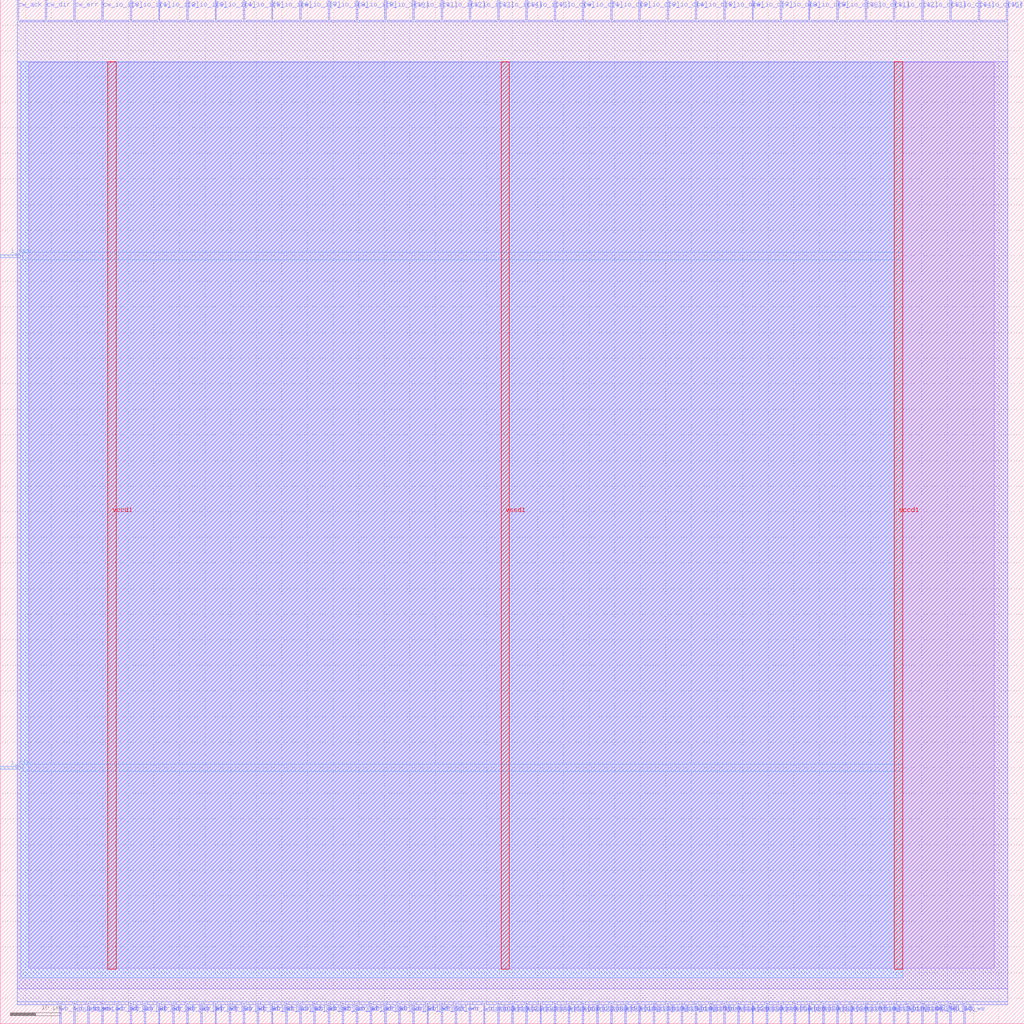
<source format=lef>
VERSION 5.7 ;
  NOWIREEXTENSIONATPIN ON ;
  DIVIDERCHAR "/" ;
  BUSBITCHARS "[]" ;
MACRO wb_compressor
  CLASS BLOCK ;
  FOREIGN wb_compressor ;
  ORIGIN 0.000 0.000 ;
  SIZE 200.000 BY 200.000 ;
  PIN cw_ack
    DIRECTION INPUT ;
    USE SIGNAL ;
    PORT
      LAYER met2 ;
        RECT 3.310 196.000 3.590 200.000 ;
    END
  END cw_ack
  PIN cw_dir
    DIRECTION OUTPUT TRISTATE ;
    USE SIGNAL ;
    PORT
      LAYER met2 ;
        RECT 8.830 196.000 9.110 200.000 ;
    END
  END cw_dir
  PIN cw_err
    DIRECTION INPUT ;
    USE SIGNAL ;
    PORT
      LAYER met2 ;
        RECT 14.350 196.000 14.630 200.000 ;
    END
  END cw_err
  PIN cw_io_i[0]
    DIRECTION INPUT ;
    USE SIGNAL ;
    PORT
      LAYER met2 ;
        RECT 19.870 196.000 20.150 200.000 ;
    END
  END cw_io_i[0]
  PIN cw_io_i[10]
    DIRECTION INPUT ;
    USE SIGNAL ;
    PORT
      LAYER met2 ;
        RECT 75.070 196.000 75.350 200.000 ;
    END
  END cw_io_i[10]
  PIN cw_io_i[11]
    DIRECTION INPUT ;
    USE SIGNAL ;
    PORT
      LAYER met2 ;
        RECT 80.590 196.000 80.870 200.000 ;
    END
  END cw_io_i[11]
  PIN cw_io_i[12]
    DIRECTION INPUT ;
    USE SIGNAL ;
    PORT
      LAYER met2 ;
        RECT 86.110 196.000 86.390 200.000 ;
    END
  END cw_io_i[12]
  PIN cw_io_i[13]
    DIRECTION INPUT ;
    USE SIGNAL ;
    PORT
      LAYER met2 ;
        RECT 91.630 196.000 91.910 200.000 ;
    END
  END cw_io_i[13]
  PIN cw_io_i[14]
    DIRECTION INPUT ;
    USE SIGNAL ;
    PORT
      LAYER met2 ;
        RECT 97.150 196.000 97.430 200.000 ;
    END
  END cw_io_i[14]
  PIN cw_io_i[15]
    DIRECTION INPUT ;
    USE SIGNAL ;
    PORT
      LAYER met2 ;
        RECT 102.670 196.000 102.950 200.000 ;
    END
  END cw_io_i[15]
  PIN cw_io_i[1]
    DIRECTION INPUT ;
    USE SIGNAL ;
    PORT
      LAYER met2 ;
        RECT 25.390 196.000 25.670 200.000 ;
    END
  END cw_io_i[1]
  PIN cw_io_i[2]
    DIRECTION INPUT ;
    USE SIGNAL ;
    PORT
      LAYER met2 ;
        RECT 30.910 196.000 31.190 200.000 ;
    END
  END cw_io_i[2]
  PIN cw_io_i[3]
    DIRECTION INPUT ;
    USE SIGNAL ;
    PORT
      LAYER met2 ;
        RECT 36.430 196.000 36.710 200.000 ;
    END
  END cw_io_i[3]
  PIN cw_io_i[4]
    DIRECTION INPUT ;
    USE SIGNAL ;
    PORT
      LAYER met2 ;
        RECT 41.950 196.000 42.230 200.000 ;
    END
  END cw_io_i[4]
  PIN cw_io_i[5]
    DIRECTION INPUT ;
    USE SIGNAL ;
    PORT
      LAYER met2 ;
        RECT 47.470 196.000 47.750 200.000 ;
    END
  END cw_io_i[5]
  PIN cw_io_i[6]
    DIRECTION INPUT ;
    USE SIGNAL ;
    PORT
      LAYER met2 ;
        RECT 52.990 196.000 53.270 200.000 ;
    END
  END cw_io_i[6]
  PIN cw_io_i[7]
    DIRECTION INPUT ;
    USE SIGNAL ;
    PORT
      LAYER met2 ;
        RECT 58.510 196.000 58.790 200.000 ;
    END
  END cw_io_i[7]
  PIN cw_io_i[8]
    DIRECTION INPUT ;
    USE SIGNAL ;
    PORT
      LAYER met2 ;
        RECT 64.030 196.000 64.310 200.000 ;
    END
  END cw_io_i[8]
  PIN cw_io_i[9]
    DIRECTION INPUT ;
    USE SIGNAL ;
    PORT
      LAYER met2 ;
        RECT 69.550 196.000 69.830 200.000 ;
    END
  END cw_io_i[9]
  PIN cw_io_o[0]
    DIRECTION OUTPUT TRISTATE ;
    USE SIGNAL ;
    PORT
      LAYER met2 ;
        RECT 108.190 196.000 108.470 200.000 ;
    END
  END cw_io_o[0]
  PIN cw_io_o[10]
    DIRECTION OUTPUT TRISTATE ;
    USE SIGNAL ;
    PORT
      LAYER met2 ;
        RECT 163.390 196.000 163.670 200.000 ;
    END
  END cw_io_o[10]
  PIN cw_io_o[11]
    DIRECTION OUTPUT TRISTATE ;
    USE SIGNAL ;
    PORT
      LAYER met2 ;
        RECT 168.910 196.000 169.190 200.000 ;
    END
  END cw_io_o[11]
  PIN cw_io_o[12]
    DIRECTION OUTPUT TRISTATE ;
    USE SIGNAL ;
    PORT
      LAYER met2 ;
        RECT 174.430 196.000 174.710 200.000 ;
    END
  END cw_io_o[12]
  PIN cw_io_o[13]
    DIRECTION OUTPUT TRISTATE ;
    USE SIGNAL ;
    PORT
      LAYER met2 ;
        RECT 179.950 196.000 180.230 200.000 ;
    END
  END cw_io_o[13]
  PIN cw_io_o[14]
    DIRECTION OUTPUT TRISTATE ;
    USE SIGNAL ;
    PORT
      LAYER met2 ;
        RECT 185.470 196.000 185.750 200.000 ;
    END
  END cw_io_o[14]
  PIN cw_io_o[15]
    DIRECTION OUTPUT TRISTATE ;
    USE SIGNAL ;
    PORT
      LAYER met2 ;
        RECT 190.990 196.000 191.270 200.000 ;
    END
  END cw_io_o[15]
  PIN cw_io_o[1]
    DIRECTION OUTPUT TRISTATE ;
    USE SIGNAL ;
    PORT
      LAYER met2 ;
        RECT 113.710 196.000 113.990 200.000 ;
    END
  END cw_io_o[1]
  PIN cw_io_o[2]
    DIRECTION OUTPUT TRISTATE ;
    USE SIGNAL ;
    PORT
      LAYER met2 ;
        RECT 119.230 196.000 119.510 200.000 ;
    END
  END cw_io_o[2]
  PIN cw_io_o[3]
    DIRECTION OUTPUT TRISTATE ;
    USE SIGNAL ;
    PORT
      LAYER met2 ;
        RECT 124.750 196.000 125.030 200.000 ;
    END
  END cw_io_o[3]
  PIN cw_io_o[4]
    DIRECTION OUTPUT TRISTATE ;
    USE SIGNAL ;
    PORT
      LAYER met2 ;
        RECT 130.270 196.000 130.550 200.000 ;
    END
  END cw_io_o[4]
  PIN cw_io_o[5]
    DIRECTION OUTPUT TRISTATE ;
    USE SIGNAL ;
    PORT
      LAYER met2 ;
        RECT 135.790 196.000 136.070 200.000 ;
    END
  END cw_io_o[5]
  PIN cw_io_o[6]
    DIRECTION OUTPUT TRISTATE ;
    USE SIGNAL ;
    PORT
      LAYER met2 ;
        RECT 141.310 196.000 141.590 200.000 ;
    END
  END cw_io_o[6]
  PIN cw_io_o[7]
    DIRECTION OUTPUT TRISTATE ;
    USE SIGNAL ;
    PORT
      LAYER met2 ;
        RECT 146.830 196.000 147.110 200.000 ;
    END
  END cw_io_o[7]
  PIN cw_io_o[8]
    DIRECTION OUTPUT TRISTATE ;
    USE SIGNAL ;
    PORT
      LAYER met2 ;
        RECT 152.350 196.000 152.630 200.000 ;
    END
  END cw_io_o[8]
  PIN cw_io_o[9]
    DIRECTION OUTPUT TRISTATE ;
    USE SIGNAL ;
    PORT
      LAYER met2 ;
        RECT 157.870 196.000 158.150 200.000 ;
    END
  END cw_io_o[9]
  PIN cw_req
    DIRECTION OUTPUT TRISTATE ;
    USE SIGNAL ;
    PORT
      LAYER met2 ;
        RECT 196.510 196.000 196.790 200.000 ;
    END
  END cw_req
  PIN i_clk
    DIRECTION INPUT ;
    USE SIGNAL ;
    PORT
      LAYER met3 ;
        RECT 0.000 49.680 4.000 50.280 ;
    END
  END i_clk
  PIN i_rst
    DIRECTION INPUT ;
    USE SIGNAL ;
    PORT
      LAYER met3 ;
        RECT 0.000 149.640 4.000 150.240 ;
    END
  END i_rst
  PIN vccd1
    DIRECTION INOUT ;
    USE POWER ;
    PORT
      LAYER met4 ;
        RECT 21.040 10.640 22.640 187.920 ;
    END
    PORT
      LAYER met4 ;
        RECT 174.640 10.640 176.240 187.920 ;
    END
  END vccd1
  PIN vssd1
    DIRECTION INOUT ;
    USE GROUND ;
    PORT
      LAYER met4 ;
        RECT 97.840 10.640 99.440 187.920 ;
    END
  END vssd1
  PIN wb_4_burst
    DIRECTION INPUT ;
    USE SIGNAL ;
    PORT
      LAYER met2 ;
        RECT 11.590 0.000 11.870 4.000 ;
    END
  END wb_4_burst
  PIN wb_8_burst
    DIRECTION INPUT ;
    USE SIGNAL ;
    PORT
      LAYER met2 ;
        RECT 14.350 0.000 14.630 4.000 ;
    END
  END wb_8_burst
  PIN wb_ack
    DIRECTION OUTPUT TRISTATE ;
    USE SIGNAL ;
    PORT
      LAYER met2 ;
        RECT 17.110 0.000 17.390 4.000 ;
    END
  END wb_ack
  PIN wb_adr[0]
    DIRECTION INPUT ;
    USE SIGNAL ;
    PORT
      LAYER met2 ;
        RECT 19.870 0.000 20.150 4.000 ;
    END
  END wb_adr[0]
  PIN wb_adr[10]
    DIRECTION INPUT ;
    USE SIGNAL ;
    PORT
      LAYER met2 ;
        RECT 47.470 0.000 47.750 4.000 ;
    END
  END wb_adr[10]
  PIN wb_adr[11]
    DIRECTION INPUT ;
    USE SIGNAL ;
    PORT
      LAYER met2 ;
        RECT 50.230 0.000 50.510 4.000 ;
    END
  END wb_adr[11]
  PIN wb_adr[12]
    DIRECTION INPUT ;
    USE SIGNAL ;
    PORT
      LAYER met2 ;
        RECT 52.990 0.000 53.270 4.000 ;
    END
  END wb_adr[12]
  PIN wb_adr[13]
    DIRECTION INPUT ;
    USE SIGNAL ;
    PORT
      LAYER met2 ;
        RECT 55.750 0.000 56.030 4.000 ;
    END
  END wb_adr[13]
  PIN wb_adr[14]
    DIRECTION INPUT ;
    USE SIGNAL ;
    PORT
      LAYER met2 ;
        RECT 58.510 0.000 58.790 4.000 ;
    END
  END wb_adr[14]
  PIN wb_adr[15]
    DIRECTION INPUT ;
    USE SIGNAL ;
    PORT
      LAYER met2 ;
        RECT 61.270 0.000 61.550 4.000 ;
    END
  END wb_adr[15]
  PIN wb_adr[16]
    DIRECTION INPUT ;
    USE SIGNAL ;
    PORT
      LAYER met2 ;
        RECT 64.030 0.000 64.310 4.000 ;
    END
  END wb_adr[16]
  PIN wb_adr[17]
    DIRECTION INPUT ;
    USE SIGNAL ;
    PORT
      LAYER met2 ;
        RECT 66.790 0.000 67.070 4.000 ;
    END
  END wb_adr[17]
  PIN wb_adr[18]
    DIRECTION INPUT ;
    USE SIGNAL ;
    PORT
      LAYER met2 ;
        RECT 69.550 0.000 69.830 4.000 ;
    END
  END wb_adr[18]
  PIN wb_adr[19]
    DIRECTION INPUT ;
    USE SIGNAL ;
    PORT
      LAYER met2 ;
        RECT 72.310 0.000 72.590 4.000 ;
    END
  END wb_adr[19]
  PIN wb_adr[1]
    DIRECTION INPUT ;
    USE SIGNAL ;
    PORT
      LAYER met2 ;
        RECT 22.630 0.000 22.910 4.000 ;
    END
  END wb_adr[1]
  PIN wb_adr[20]
    DIRECTION INPUT ;
    USE SIGNAL ;
    PORT
      LAYER met2 ;
        RECT 75.070 0.000 75.350 4.000 ;
    END
  END wb_adr[20]
  PIN wb_adr[21]
    DIRECTION INPUT ;
    USE SIGNAL ;
    PORT
      LAYER met2 ;
        RECT 77.830 0.000 78.110 4.000 ;
    END
  END wb_adr[21]
  PIN wb_adr[22]
    DIRECTION INPUT ;
    USE SIGNAL ;
    PORT
      LAYER met2 ;
        RECT 80.590 0.000 80.870 4.000 ;
    END
  END wb_adr[22]
  PIN wb_adr[23]
    DIRECTION INPUT ;
    USE SIGNAL ;
    PORT
      LAYER met2 ;
        RECT 83.350 0.000 83.630 4.000 ;
    END
  END wb_adr[23]
  PIN wb_adr[2]
    DIRECTION INPUT ;
    USE SIGNAL ;
    PORT
      LAYER met2 ;
        RECT 25.390 0.000 25.670 4.000 ;
    END
  END wb_adr[2]
  PIN wb_adr[3]
    DIRECTION INPUT ;
    USE SIGNAL ;
    PORT
      LAYER met2 ;
        RECT 28.150 0.000 28.430 4.000 ;
    END
  END wb_adr[3]
  PIN wb_adr[4]
    DIRECTION INPUT ;
    USE SIGNAL ;
    PORT
      LAYER met2 ;
        RECT 30.910 0.000 31.190 4.000 ;
    END
  END wb_adr[4]
  PIN wb_adr[5]
    DIRECTION INPUT ;
    USE SIGNAL ;
    PORT
      LAYER met2 ;
        RECT 33.670 0.000 33.950 4.000 ;
    END
  END wb_adr[5]
  PIN wb_adr[6]
    DIRECTION INPUT ;
    USE SIGNAL ;
    PORT
      LAYER met2 ;
        RECT 36.430 0.000 36.710 4.000 ;
    END
  END wb_adr[6]
  PIN wb_adr[7]
    DIRECTION INPUT ;
    USE SIGNAL ;
    PORT
      LAYER met2 ;
        RECT 39.190 0.000 39.470 4.000 ;
    END
  END wb_adr[7]
  PIN wb_adr[8]
    DIRECTION INPUT ;
    USE SIGNAL ;
    PORT
      LAYER met2 ;
        RECT 41.950 0.000 42.230 4.000 ;
    END
  END wb_adr[8]
  PIN wb_adr[9]
    DIRECTION INPUT ;
    USE SIGNAL ;
    PORT
      LAYER met2 ;
        RECT 44.710 0.000 44.990 4.000 ;
    END
  END wb_adr[9]
  PIN wb_cyc
    DIRECTION INPUT ;
    USE SIGNAL ;
    PORT
      LAYER met2 ;
        RECT 86.110 0.000 86.390 4.000 ;
    END
  END wb_cyc
  PIN wb_err
    DIRECTION OUTPUT TRISTATE ;
    USE SIGNAL ;
    PORT
      LAYER met2 ;
        RECT 88.870 0.000 89.150 4.000 ;
    END
  END wb_err
  PIN wb_i_dat[0]
    DIRECTION OUTPUT TRISTATE ;
    USE SIGNAL ;
    PORT
      LAYER met2 ;
        RECT 91.630 0.000 91.910 4.000 ;
    END
  END wb_i_dat[0]
  PIN wb_i_dat[10]
    DIRECTION OUTPUT TRISTATE ;
    USE SIGNAL ;
    PORT
      LAYER met2 ;
        RECT 119.230 0.000 119.510 4.000 ;
    END
  END wb_i_dat[10]
  PIN wb_i_dat[11]
    DIRECTION OUTPUT TRISTATE ;
    USE SIGNAL ;
    PORT
      LAYER met2 ;
        RECT 121.990 0.000 122.270 4.000 ;
    END
  END wb_i_dat[11]
  PIN wb_i_dat[12]
    DIRECTION OUTPUT TRISTATE ;
    USE SIGNAL ;
    PORT
      LAYER met2 ;
        RECT 124.750 0.000 125.030 4.000 ;
    END
  END wb_i_dat[12]
  PIN wb_i_dat[13]
    DIRECTION OUTPUT TRISTATE ;
    USE SIGNAL ;
    PORT
      LAYER met2 ;
        RECT 127.510 0.000 127.790 4.000 ;
    END
  END wb_i_dat[13]
  PIN wb_i_dat[14]
    DIRECTION OUTPUT TRISTATE ;
    USE SIGNAL ;
    PORT
      LAYER met2 ;
        RECT 130.270 0.000 130.550 4.000 ;
    END
  END wb_i_dat[14]
  PIN wb_i_dat[15]
    DIRECTION OUTPUT TRISTATE ;
    USE SIGNAL ;
    PORT
      LAYER met2 ;
        RECT 133.030 0.000 133.310 4.000 ;
    END
  END wb_i_dat[15]
  PIN wb_i_dat[1]
    DIRECTION OUTPUT TRISTATE ;
    USE SIGNAL ;
    PORT
      LAYER met2 ;
        RECT 94.390 0.000 94.670 4.000 ;
    END
  END wb_i_dat[1]
  PIN wb_i_dat[2]
    DIRECTION OUTPUT TRISTATE ;
    USE SIGNAL ;
    PORT
      LAYER met2 ;
        RECT 97.150 0.000 97.430 4.000 ;
    END
  END wb_i_dat[2]
  PIN wb_i_dat[3]
    DIRECTION OUTPUT TRISTATE ;
    USE SIGNAL ;
    PORT
      LAYER met2 ;
        RECT 99.910 0.000 100.190 4.000 ;
    END
  END wb_i_dat[3]
  PIN wb_i_dat[4]
    DIRECTION OUTPUT TRISTATE ;
    USE SIGNAL ;
    PORT
      LAYER met2 ;
        RECT 102.670 0.000 102.950 4.000 ;
    END
  END wb_i_dat[4]
  PIN wb_i_dat[5]
    DIRECTION OUTPUT TRISTATE ;
    USE SIGNAL ;
    PORT
      LAYER met2 ;
        RECT 105.430 0.000 105.710 4.000 ;
    END
  END wb_i_dat[5]
  PIN wb_i_dat[6]
    DIRECTION OUTPUT TRISTATE ;
    USE SIGNAL ;
    PORT
      LAYER met2 ;
        RECT 108.190 0.000 108.470 4.000 ;
    END
  END wb_i_dat[6]
  PIN wb_i_dat[7]
    DIRECTION OUTPUT TRISTATE ;
    USE SIGNAL ;
    PORT
      LAYER met2 ;
        RECT 110.950 0.000 111.230 4.000 ;
    END
  END wb_i_dat[7]
  PIN wb_i_dat[8]
    DIRECTION OUTPUT TRISTATE ;
    USE SIGNAL ;
    PORT
      LAYER met2 ;
        RECT 113.710 0.000 113.990 4.000 ;
    END
  END wb_i_dat[8]
  PIN wb_i_dat[9]
    DIRECTION OUTPUT TRISTATE ;
    USE SIGNAL ;
    PORT
      LAYER met2 ;
        RECT 116.470 0.000 116.750 4.000 ;
    END
  END wb_i_dat[9]
  PIN wb_o_dat[0]
    DIRECTION INPUT ;
    USE SIGNAL ;
    PORT
      LAYER met2 ;
        RECT 135.790 0.000 136.070 4.000 ;
    END
  END wb_o_dat[0]
  PIN wb_o_dat[10]
    DIRECTION INPUT ;
    USE SIGNAL ;
    PORT
      LAYER met2 ;
        RECT 163.390 0.000 163.670 4.000 ;
    END
  END wb_o_dat[10]
  PIN wb_o_dat[11]
    DIRECTION INPUT ;
    USE SIGNAL ;
    PORT
      LAYER met2 ;
        RECT 166.150 0.000 166.430 4.000 ;
    END
  END wb_o_dat[11]
  PIN wb_o_dat[12]
    DIRECTION INPUT ;
    USE SIGNAL ;
    PORT
      LAYER met2 ;
        RECT 168.910 0.000 169.190 4.000 ;
    END
  END wb_o_dat[12]
  PIN wb_o_dat[13]
    DIRECTION INPUT ;
    USE SIGNAL ;
    PORT
      LAYER met2 ;
        RECT 171.670 0.000 171.950 4.000 ;
    END
  END wb_o_dat[13]
  PIN wb_o_dat[14]
    DIRECTION INPUT ;
    USE SIGNAL ;
    PORT
      LAYER met2 ;
        RECT 174.430 0.000 174.710 4.000 ;
    END
  END wb_o_dat[14]
  PIN wb_o_dat[15]
    DIRECTION INPUT ;
    USE SIGNAL ;
    PORT
      LAYER met2 ;
        RECT 177.190 0.000 177.470 4.000 ;
    END
  END wb_o_dat[15]
  PIN wb_o_dat[1]
    DIRECTION INPUT ;
    USE SIGNAL ;
    PORT
      LAYER met2 ;
        RECT 138.550 0.000 138.830 4.000 ;
    END
  END wb_o_dat[1]
  PIN wb_o_dat[2]
    DIRECTION INPUT ;
    USE SIGNAL ;
    PORT
      LAYER met2 ;
        RECT 141.310 0.000 141.590 4.000 ;
    END
  END wb_o_dat[2]
  PIN wb_o_dat[3]
    DIRECTION INPUT ;
    USE SIGNAL ;
    PORT
      LAYER met2 ;
        RECT 144.070 0.000 144.350 4.000 ;
    END
  END wb_o_dat[3]
  PIN wb_o_dat[4]
    DIRECTION INPUT ;
    USE SIGNAL ;
    PORT
      LAYER met2 ;
        RECT 146.830 0.000 147.110 4.000 ;
    END
  END wb_o_dat[4]
  PIN wb_o_dat[5]
    DIRECTION INPUT ;
    USE SIGNAL ;
    PORT
      LAYER met2 ;
        RECT 149.590 0.000 149.870 4.000 ;
    END
  END wb_o_dat[5]
  PIN wb_o_dat[6]
    DIRECTION INPUT ;
    USE SIGNAL ;
    PORT
      LAYER met2 ;
        RECT 152.350 0.000 152.630 4.000 ;
    END
  END wb_o_dat[6]
  PIN wb_o_dat[7]
    DIRECTION INPUT ;
    USE SIGNAL ;
    PORT
      LAYER met2 ;
        RECT 155.110 0.000 155.390 4.000 ;
    END
  END wb_o_dat[7]
  PIN wb_o_dat[8]
    DIRECTION INPUT ;
    USE SIGNAL ;
    PORT
      LAYER met2 ;
        RECT 157.870 0.000 158.150 4.000 ;
    END
  END wb_o_dat[8]
  PIN wb_o_dat[9]
    DIRECTION INPUT ;
    USE SIGNAL ;
    PORT
      LAYER met2 ;
        RECT 160.630 0.000 160.910 4.000 ;
    END
  END wb_o_dat[9]
  PIN wb_sel[0]
    DIRECTION INPUT ;
    USE SIGNAL ;
    PORT
      LAYER met2 ;
        RECT 179.950 0.000 180.230 4.000 ;
    END
  END wb_sel[0]
  PIN wb_sel[1]
    DIRECTION INPUT ;
    USE SIGNAL ;
    PORT
      LAYER met2 ;
        RECT 182.710 0.000 182.990 4.000 ;
    END
  END wb_sel[1]
  PIN wb_stb
    DIRECTION INPUT ;
    USE SIGNAL ;
    PORT
      LAYER met2 ;
        RECT 185.470 0.000 185.750 4.000 ;
    END
  END wb_stb
  PIN wb_we
    DIRECTION INPUT ;
    USE SIGNAL ;
    PORT
      LAYER met2 ;
        RECT 188.230 0.000 188.510 4.000 ;
    END
  END wb_we
  OBS
      LAYER li1 ;
        RECT 5.520 10.795 194.120 187.765 ;
      LAYER met1 ;
        RECT 3.290 6.840 196.810 187.920 ;
      LAYER met2 ;
        RECT 3.870 195.720 8.550 196.000 ;
        RECT 9.390 195.720 14.070 196.000 ;
        RECT 14.910 195.720 19.590 196.000 ;
        RECT 20.430 195.720 25.110 196.000 ;
        RECT 25.950 195.720 30.630 196.000 ;
        RECT 31.470 195.720 36.150 196.000 ;
        RECT 36.990 195.720 41.670 196.000 ;
        RECT 42.510 195.720 47.190 196.000 ;
        RECT 48.030 195.720 52.710 196.000 ;
        RECT 53.550 195.720 58.230 196.000 ;
        RECT 59.070 195.720 63.750 196.000 ;
        RECT 64.590 195.720 69.270 196.000 ;
        RECT 70.110 195.720 74.790 196.000 ;
        RECT 75.630 195.720 80.310 196.000 ;
        RECT 81.150 195.720 85.830 196.000 ;
        RECT 86.670 195.720 91.350 196.000 ;
        RECT 92.190 195.720 96.870 196.000 ;
        RECT 97.710 195.720 102.390 196.000 ;
        RECT 103.230 195.720 107.910 196.000 ;
        RECT 108.750 195.720 113.430 196.000 ;
        RECT 114.270 195.720 118.950 196.000 ;
        RECT 119.790 195.720 124.470 196.000 ;
        RECT 125.310 195.720 129.990 196.000 ;
        RECT 130.830 195.720 135.510 196.000 ;
        RECT 136.350 195.720 141.030 196.000 ;
        RECT 141.870 195.720 146.550 196.000 ;
        RECT 147.390 195.720 152.070 196.000 ;
        RECT 152.910 195.720 157.590 196.000 ;
        RECT 158.430 195.720 163.110 196.000 ;
        RECT 163.950 195.720 168.630 196.000 ;
        RECT 169.470 195.720 174.150 196.000 ;
        RECT 174.990 195.720 179.670 196.000 ;
        RECT 180.510 195.720 185.190 196.000 ;
        RECT 186.030 195.720 190.710 196.000 ;
        RECT 191.550 195.720 196.230 196.000 ;
        RECT 3.320 4.280 196.780 195.720 ;
        RECT 3.320 3.670 11.310 4.280 ;
        RECT 12.150 3.670 14.070 4.280 ;
        RECT 14.910 3.670 16.830 4.280 ;
        RECT 17.670 3.670 19.590 4.280 ;
        RECT 20.430 3.670 22.350 4.280 ;
        RECT 23.190 3.670 25.110 4.280 ;
        RECT 25.950 3.670 27.870 4.280 ;
        RECT 28.710 3.670 30.630 4.280 ;
        RECT 31.470 3.670 33.390 4.280 ;
        RECT 34.230 3.670 36.150 4.280 ;
        RECT 36.990 3.670 38.910 4.280 ;
        RECT 39.750 3.670 41.670 4.280 ;
        RECT 42.510 3.670 44.430 4.280 ;
        RECT 45.270 3.670 47.190 4.280 ;
        RECT 48.030 3.670 49.950 4.280 ;
        RECT 50.790 3.670 52.710 4.280 ;
        RECT 53.550 3.670 55.470 4.280 ;
        RECT 56.310 3.670 58.230 4.280 ;
        RECT 59.070 3.670 60.990 4.280 ;
        RECT 61.830 3.670 63.750 4.280 ;
        RECT 64.590 3.670 66.510 4.280 ;
        RECT 67.350 3.670 69.270 4.280 ;
        RECT 70.110 3.670 72.030 4.280 ;
        RECT 72.870 3.670 74.790 4.280 ;
        RECT 75.630 3.670 77.550 4.280 ;
        RECT 78.390 3.670 80.310 4.280 ;
        RECT 81.150 3.670 83.070 4.280 ;
        RECT 83.910 3.670 85.830 4.280 ;
        RECT 86.670 3.670 88.590 4.280 ;
        RECT 89.430 3.670 91.350 4.280 ;
        RECT 92.190 3.670 94.110 4.280 ;
        RECT 94.950 3.670 96.870 4.280 ;
        RECT 97.710 3.670 99.630 4.280 ;
        RECT 100.470 3.670 102.390 4.280 ;
        RECT 103.230 3.670 105.150 4.280 ;
        RECT 105.990 3.670 107.910 4.280 ;
        RECT 108.750 3.670 110.670 4.280 ;
        RECT 111.510 3.670 113.430 4.280 ;
        RECT 114.270 3.670 116.190 4.280 ;
        RECT 117.030 3.670 118.950 4.280 ;
        RECT 119.790 3.670 121.710 4.280 ;
        RECT 122.550 3.670 124.470 4.280 ;
        RECT 125.310 3.670 127.230 4.280 ;
        RECT 128.070 3.670 129.990 4.280 ;
        RECT 130.830 3.670 132.750 4.280 ;
        RECT 133.590 3.670 135.510 4.280 ;
        RECT 136.350 3.670 138.270 4.280 ;
        RECT 139.110 3.670 141.030 4.280 ;
        RECT 141.870 3.670 143.790 4.280 ;
        RECT 144.630 3.670 146.550 4.280 ;
        RECT 147.390 3.670 149.310 4.280 ;
        RECT 150.150 3.670 152.070 4.280 ;
        RECT 152.910 3.670 154.830 4.280 ;
        RECT 155.670 3.670 157.590 4.280 ;
        RECT 158.430 3.670 160.350 4.280 ;
        RECT 161.190 3.670 163.110 4.280 ;
        RECT 163.950 3.670 165.870 4.280 ;
        RECT 166.710 3.670 168.630 4.280 ;
        RECT 169.470 3.670 171.390 4.280 ;
        RECT 172.230 3.670 174.150 4.280 ;
        RECT 174.990 3.670 176.910 4.280 ;
        RECT 177.750 3.670 179.670 4.280 ;
        RECT 180.510 3.670 182.430 4.280 ;
        RECT 183.270 3.670 185.190 4.280 ;
        RECT 186.030 3.670 187.950 4.280 ;
        RECT 188.790 3.670 196.780 4.280 ;
      LAYER met3 ;
        RECT 4.000 150.640 176.230 187.845 ;
        RECT 4.400 149.240 176.230 150.640 ;
        RECT 4.000 50.680 176.230 149.240 ;
        RECT 4.400 49.280 176.230 50.680 ;
        RECT 4.000 9.015 176.230 49.280 ;
  END
END wb_compressor
END LIBRARY


</source>
